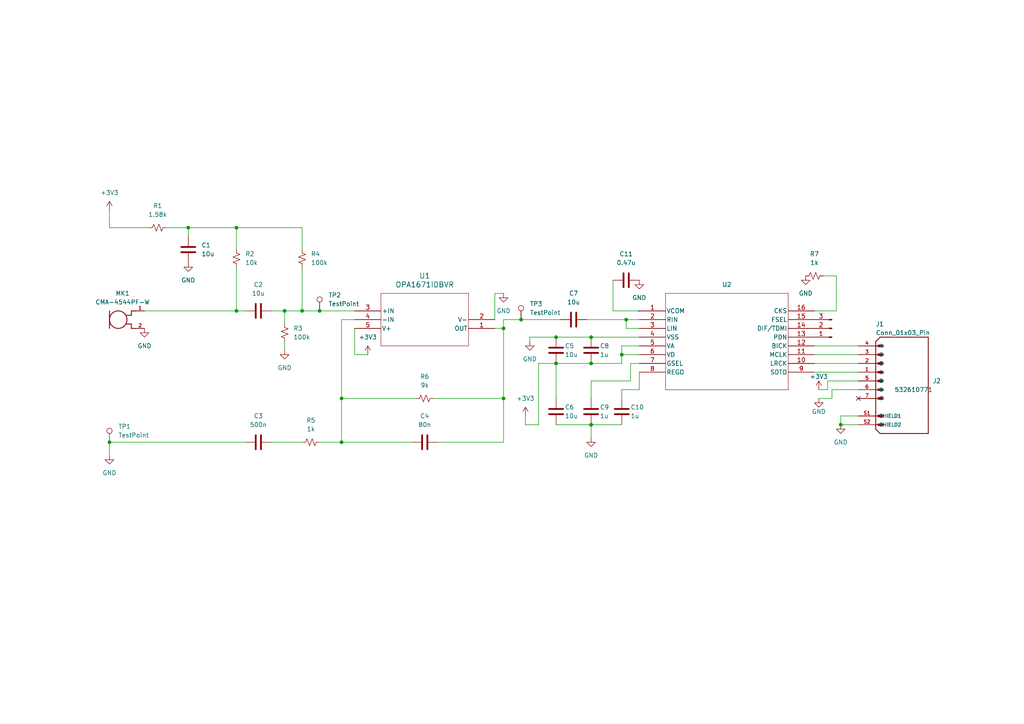
<source format=kicad_sch>
(kicad_sch (version 20231120) (generator "eeschema") (generator_version "8.0")
  (paper "A4")
  (lib_symbols
    (symbol "2024-02-15_23-46-41:OPA1671IDBVR" (pin_names (offset 0.254))
      (property "Reference" "U" (at 20.32 10.16 0))
      (property "Value" "OPA1671IDBVR" (at 20.32 7.62 0))
      (symbol "OPA1671IDBVR_0_1"
        (polyline (pts (xy 7.62 -10.16) (xy 33.02 -10.16)) (stroke (width 0.127)))
        (polyline (pts (xy 7.62 5.08) (xy 7.62 -10.16)) (stroke (width 0.127)))
        (polyline (pts (xy 33.02 -10.16) (xy 33.02 5.08)) (stroke (width 0.127)))
        (polyline (pts (xy 33.02 5.08) (xy 7.62 5.08)) (stroke (width 0.127)))
        (pin output line (at 0 0 0) (length 7.62) (name "OUT") (number "1"))
        (pin power_in line (at 0 -2.54 0) (length 7.62) (name "V-") (number "2"))
        (pin input line (at 40.64 -5.08 180) (length 7.62) (name "+IN") (number "3"))
        (pin input line (at 40.64 -2.54 180) (length 7.62) (name "-IN") (number "4"))
        (pin power_in line (at 40.64 0 180) (length 7.62) (name "V+") (number "5"))
      )
    )
    (symbol "532610771:532610771" (pin_names (offset 1.016))
      (property "Reference" "J2" (at 8.89 0 0))
      (property "Value" "532610771" (at 8.89 -2.54 0))
      (symbol "532610771_0_0"
        (rectangle (start -6.985 -13.0175) (end -5.3975 -12.3825) (stroke (width 0.1)) (fill (type outline)))
        (rectangle (start -6.985 -10.4775) (end -5.3975 -9.8425) (stroke (width 0.1)) (fill (type outline)))
        (rectangle (start -6.985 -5.3975) (end -5.3975 -4.7625) (stroke (width 0.1)) (fill (type outline)))
        (rectangle (start -6.985 -2.8575) (end -5.3975 -2.2225) (stroke (width 0.1)) (fill (type outline)))
        (rectangle (start -6.985 -0.3175) (end -5.3975 0.3175) (stroke (width 0.1)) (fill (type outline)))
        (rectangle (start -6.985 2.2225) (end -5.3975 2.8575) (stroke (width 0.1)) (fill (type outline)))
        (rectangle (start -6.985 4.7625) (end -5.3975 5.3975) (stroke (width 0.1)) (fill (type outline)))
        (rectangle (start -6.985 7.3025) (end -5.3975 7.9375) (stroke (width 0.1)) (fill (type outline)))
        (rectangle (start -6.985 9.8425) (end -5.3975 10.4775) (stroke (width 0.1)) (fill (type outline)))
        (polyline (pts (xy -7.62 -13.97) (xy -6.35 -15.24)) (stroke (width 0.254)))
        (polyline (pts (xy -7.62 -12.7) (xy -5.715 -12.7)) (stroke (width 0.254)))
        (polyline (pts (xy -7.62 -10.16) (xy -5.715 -10.16)) (stroke (width 0.254)))
        (polyline (pts (xy -7.62 -5.08) (xy -5.715 -5.08)) (stroke (width 0.254)))
        (polyline (pts (xy -7.62 -2.54) (xy -5.715 -2.54)) (stroke (width 0.254)))
        (polyline (pts (xy -7.62 0) (xy -5.715 0)) (stroke (width 0.254)))
        (polyline (pts (xy -7.62 2.54) (xy -5.715 2.54)) (stroke (width 0.254)))
        (polyline (pts (xy -7.62 5.08) (xy -5.715 5.08)) (stroke (width 0.254)))
        (polyline (pts (xy -7.62 7.62) (xy -5.715 7.62)) (stroke (width 0.254)))
        (polyline (pts (xy -7.62 10.16) (xy -5.715 10.16)) (stroke (width 0.254)))
        (polyline (pts (xy -7.62 11.43) (xy -7.62 -13.97)) (stroke (width 0.254)))
        (polyline (pts (xy -7.62 11.43) (xy -6.35 12.7)) (stroke (width 0.254)))
        (polyline (pts (xy -6.35 -15.24) (xy 7.62 -15.24)) (stroke (width 0.254)))
        (polyline (pts (xy 7.62 -15.24) (xy 7.62 12.7)) (stroke (width 0.254)))
        (polyline (pts (xy 7.62 12.7) (xy -6.35 12.7)) (stroke (width 0.254)))
        (pin passive line (at -12.7 0 0) (length 5.08) (name "5") (number "5"))
        (pin passive line (at -12.7 -2.54 0) (length 5.08) (name "6") (number "6"))
        (pin passive line (at -12.7 -5.08 0) (length 5.08) (name "7") (number "7"))
        (pin passive line (at -12.7 -10.16 0) (length 5.08) (name "SHIELD1") (number "S1"))
        (pin passive line (at -12.7 -12.7 0) (length 5.08) (name "SHIELD2") (number "S2"))
      )
      (symbol "532610771_1_0"
        (pin passive line (at -12.7 2.54 0) (length 5.08) (name "1") (number "1"))
        (pin passive line (at -12.7 5.08 0) (length 5.08) (name "2") (number "2"))
        (pin passive line (at -12.7 7.62 0) (length 5.08) (name "3") (number "3"))
        (pin passive line (at -12.7 10.16 0) (length 5.08) (name "4") (number "4"))
      )
    )
    (symbol "ADC:AK5720VT" (pin_names (offset 0.254))
      (property "Reference" "U" (at 25.4 10.16 0))
      (property "Value" "AK5720VT" (at 25.4 7.62 0))
      (symbol "AK5720VT_0_1"
        (polyline (pts (xy 7.62 -22.86) (xy 43.18 -22.86)) (stroke (width 0.127)))
        (polyline (pts (xy 7.62 5.08) (xy 7.62 -22.86)) (stroke (width 0.127)))
        (polyline (pts (xy 43.18 -22.86) (xy 43.18 5.08)) (stroke (width 0.127)))
        (polyline (pts (xy 43.18 5.08) (xy 7.62 5.08)) (stroke (width 0.127)))
        (pin unspecified line (at 0 0 0) (length 7.62) (name "VCOM") (number "1"))
        (pin unspecified line (at 50.8 -15.24 180) (length 7.62) (name "LRCK") (number "10"))
        (pin unspecified line (at 50.8 -12.7 180) (length 7.62) (name "MCLK") (number "11"))
        (pin unspecified line (at 50.8 -10.16 180) (length 7.62) (name "BICK") (number "12"))
        (pin unspecified line (at 50.8 -7.62 180) (length 7.62) (name "PDN") (number "13"))
        (pin unspecified line (at 50.8 -5.08 180) (length 7.62) (name "DIF/TDMI") (number "14"))
        (pin unspecified line (at 50.8 -2.54 180) (length 7.62) (name "FSEL") (number "15"))
        (pin unspecified line (at 50.8 0 180) (length 7.62) (name "CKS") (number "16"))
        (pin unspecified line (at 0 -2.54 0) (length 7.62) (name "RIN") (number "2"))
        (pin unspecified line (at 0 -5.08 0) (length 7.62) (name "LIN") (number "3"))
        (pin power_out line (at 0 -7.62 0) (length 7.62) (name "VSS") (number "4"))
        (pin unspecified line (at 0 -10.16 0) (length 7.62) (name "VA") (number "5"))
        (pin unspecified line (at 0 -12.7 0) (length 7.62) (name "VD") (number "6"))
        (pin unspecified line (at 0 -15.24 0) (length 7.62) (name "GSEL") (number "7"))
        (pin unspecified line (at 0 -17.78 0) (length 7.62) (name "REGO") (number "8"))
        (pin unspecified line (at 50.8 -17.78 180) (length 7.62) (name "SDTO") (number "9"))
      )
    )
    (symbol "CMA-4544PF-W:CMA-4544PF-W" (pin_names (offset 1.016))
      (property "Reference" "MK" (at -2.5409 3.8113 0))
      (property "Value" "CMA-4544PF-W" (at -2.5411 -6.3527 0))
      (symbol "CMA-4544PF-W_0_0"
        (polyline (pts (xy -2.54 2.54) (xy -2.54 -2.54)) (stroke (width 0.254)))
        (polyline (pts (xy 3.81 -2.54) (xy 3.81 -1.27)) (stroke (width 0.254)))
        (polyline (pts (xy 3.81 -1.27) (xy 2.2352 -1.27)) (stroke (width 0.254)))
        (polyline (pts (xy 3.81 1.27) (xy 2.2352 1.27)) (stroke (width 0.254)))
        (polyline (pts (xy 3.81 2.54) (xy 3.81 1.27)) (stroke (width 0.254)))
        (polyline (pts (xy 5.08 -2.54) (xy 3.81 -2.54)) (stroke (width 0.254)))
        (polyline (pts (xy 5.08 2.54) (xy 3.81 2.54)) (stroke (width 0.254)))
        (circle (center 0 0) (radius 2.54) (stroke (width 0.254)))
        (pin output line (at 7.62 2.54 180) (length 2.54) (name "~") (number "1"))
        (pin power_in line (at 7.62 -2.54 180) (length 2.54) (name "~") (number "2"))
      )
    )
    (symbol "Connector:Conn_01x03_Pin" (pin_names (offset 1.016) hide)
      (property "Reference" "J" (at 0 5.08 0))
      (property "Value" "Conn_01x03_Pin" (at 0 -5.08 0))
      (symbol "Conn_01x03_Pin_1_1"
        (polyline (pts (xy 1.27 -2.54) (xy 0.8636 -2.54)) (stroke (width 0.1524)))
        (polyline (pts (xy 1.27 0) (xy 0.8636 0)) (stroke (width 0.1524)))
        (polyline (pts (xy 1.27 2.54) (xy 0.8636 2.54)) (stroke (width 0.1524)))
        (rectangle (start 0.8636 -2.413) (end 0 -2.667) (stroke (width 0.1524)) (fill (type outline)))
        (rectangle (start 0.8636 0.127) (end 0 -0.127) (stroke (width 0.1524)) (fill (type outline)))
        (rectangle (start 0.8636 2.667) (end 0 2.413) (stroke (width 0.1524)) (fill (type outline)))
        (pin passive line (at 5.08 2.54 180) (length 3.81) (name "Pin_1") (number "1"))
        (pin passive line (at 5.08 0 180) (length 3.81) (name "Pin_2") (number "2"))
        (pin passive line (at 5.08 -2.54 180) (length 3.81) (name "Pin_3") (number "3"))
      )
    )
    (symbol "Connector:TestPoint" (pin_numbers hide) (pin_names (offset 0.762) hide)
      (property "Reference" "TP" (at 0 6.858 0))
      (property "Value" "TestPoint" (at 0 5.08 0))
      (symbol "TestPoint_0_1"
        (circle (center 0 3.302) (radius 0.762))
      )
      (symbol "TestPoint_1_1"
        (pin passive line (at 0 0 90) (length 2.54) (name "1") (number "1"))
      )
    )
    (symbol "Device:C" (pin_numbers hide) (pin_names (offset 0.254))
      (property "Reference" "C" (at 0.635 2.54 0))
      (property "Value" "C" (at 0.635 -2.54 0))
      (symbol "C_0_1"
        (polyline (pts (xy -2.032 -0.762) (xy 2.032 -0.762)) (stroke (width 0.508)))
        (polyline (pts (xy -2.032 0.762) (xy 2.032 0.762)) (stroke (width 0.508)))
      )
      (symbol "C_1_1"
        (pin passive line (at 0 3.81 270) (length 2.794) (name "~") (number "1"))
        (pin passive line (at 0 -3.81 90) (length 2.794) (name "~") (number "2"))
      )
    )
    (symbol "Device:R_Small_US" (pin_numbers hide) (pin_names (offset 0.254) hide)
      (property "Reference" "R" (at 0.762 0.508 0))
      (property "Value" "R_Small_US" (at 0.762 -1.016 0))
      (symbol "R_Small_US_1_1"
        (polyline (pts (xy 0 0) (xy 1.016 -0.381) (xy 0 -0.762) (xy -1.016 -1.143) (xy 0 -1.524)))
        (polyline (pts (xy 0 1.524) (xy 1.016 1.143) (xy 0 0.762) (xy -1.016 0.381) (xy 0 0)))
        (pin passive line (at 0 2.54 270) (length 1.016) (name "~") (number "1"))
        (pin passive line (at 0 -2.54 90) (length 1.016) (name "~") (number "2"))
      )
    )
    (symbol "power:+3V3" (power) (pin_names (offset 0))
      (property "Value" "+3V3" (at 0 3.556 0))
      (symbol "+3V3_0_1"
        (polyline (pts (xy -0.762 1.27) (xy 0 2.54)))
        (polyline (pts (xy 0 0) (xy 0 2.54)))
        (polyline (pts (xy 0 2.54) (xy 0.762 1.27)))
      )
      (symbol "+3V3_1_1"
        (pin power_in line (at 0 0 90) (length 0) hide (name "+3V3") (number "1"))
      )
    )
    (symbol "power:GND" (power) (pin_names (offset 0))
      (property "Value" "GND" (at 0 -3.81 0))
      (symbol "GND_0_1"
        (polyline (pts (xy 0 0) (xy 0 -1.27) (xy 1.27 -1.27) (xy 0 -2.54) (xy -1.27 -1.27) (xy 0 -1.27)))
      )
      (symbol "GND_1_1"
        (pin power_in line (at 0 0 270) (length 0) hide (name "GND") (number "1"))
      )
    )
  )
  (junction (at 171.45 123.19))
  (junction (at 99.06 128.27))
  (junction (at 31.75 128.27))
  (junction (at 161.29 105.41))
  (junction (at 82.55 90.17))
  (junction (at 92.71 90.17))
  (junction (at 68.58 66.04))
  (junction (at 171.45 105.41))
  (junction (at 161.29 97.79))
  (junction (at 54.61 66.04))
  (junction (at 146.05 115.57))
  (junction (at 181.61 92.71))
  (junction (at 68.58 90.17))
  (junction (at 87.63 90.17))
  (junction (at 146.05 95.25))
  (junction (at 180.34 102.87))
  (junction (at 99.06 115.57))
  (junction (at 243.84 123.19))
  (junction (at 151.13 92.71))
  (junction (at 171.45 97.79))
  (no_connect (at 248.92 115.57))
  (wire (pts (xy 120.65 115.57) (xy 99.06 115.57)))
  (wire (pts (xy 127 128.27) (xy 146.05 128.27)))
  (wire (pts (xy 153.67 97.79) (xy 161.29 97.79)))
  (wire (pts (xy 248.92 100.33) (xy 236.22 100.33)))
  (wire (pts (xy 143.51 95.25) (xy 146.05 95.25)))
  (wire (pts (xy 242.57 80.01) (xy 238.76 80.01)))
  (wire (pts (xy 151.13 92.71) (xy 162.56 92.71)))
  (wire (pts (xy 78.74 90.17) (xy 82.55 90.17)))
  (wire (pts (xy 99.06 128.27) (xy 119.38 128.27)))
  (wire (pts (xy 161.29 123.19) (xy 171.45 123.19)))
  (wire (pts (xy 241.3 113.03) (xy 248.92 113.03)))
  (wire (pts (xy 82.55 90.17) (xy 82.55 93.98)))
  (wire (pts (xy 48.26 66.04) (xy 54.61 66.04)))
  (wire (pts (xy 68.58 90.17) (xy 71.12 90.17)))
  (wire (pts (xy 185.42 100.33) (xy 180.34 100.33)))
  (wire (pts (xy 248.92 102.87) (xy 236.22 102.87)))
  (wire (pts (xy 180.34 113.03) (xy 180.34 115.57)))
  (wire (pts (xy 87.63 90.17) (xy 92.71 90.17)))
  (wire (pts (xy 87.63 66.04) (xy 87.63 72.39)))
  (wire (pts (xy 185.42 95.25) (xy 181.61 95.25)))
  (wire (pts (xy 248.92 120.65) (xy 243.84 120.65)))
  (wire (pts (xy 68.58 77.47) (xy 68.58 90.17)))
  (wire (pts (xy 82.55 90.17) (xy 87.63 90.17)))
  (wire (pts (xy 237.49 113.03) (xy 240.03 113.03)))
  (wire (pts (xy 177.8 90.17) (xy 185.42 90.17)))
  (wire (pts (xy 170.18 92.71) (xy 181.61 92.71)))
  (wire (pts (xy 152.4 120.65) (xy 152.4 123.19)))
  (wire (pts (xy 240.03 110.49) (xy 248.92 110.49)))
  (wire (pts (xy 248.92 105.41) (xy 236.22 105.41)))
  (wire (pts (xy 146.05 115.57) (xy 146.05 95.25)))
  (wire (pts (xy 156.21 105.41) (xy 161.29 105.41)))
  (wire (pts (xy 185.42 107.95) (xy 185.42 113.03)))
  (wire (pts (xy 243.84 123.19) (xy 248.92 123.19)))
  (wire (pts (xy 242.57 90.17) (xy 242.57 80.01)))
  (wire (pts (xy 54.61 66.04) (xy 54.61 68.58)))
  (wire (pts (xy 161.29 105.41) (xy 171.45 105.41)))
  (wire (pts (xy 161.29 97.79) (xy 171.45 97.79)))
  (wire (pts (xy 185.42 105.41) (xy 182.88 105.41)))
  (wire (pts (xy 92.71 90.17) (xy 102.87 90.17)))
  (wire (pts (xy 156.21 105.41) (xy 156.21 123.19)))
  (wire (pts (xy 156.21 123.19) (xy 152.4 123.19)))
  (wire (pts (xy 31.75 60.96) (xy 31.75 66.04)))
  (wire (pts (xy 180.34 102.87) (xy 180.34 105.41)))
  (wire (pts (xy 185.42 102.87) (xy 180.34 102.87)))
  (wire (pts (xy 171.45 97.79) (xy 185.42 97.79)))
  (wire (pts (xy 78.74 128.27) (xy 87.63 128.27)))
  (wire (pts (xy 182.88 105.41) (xy 182.88 110.49)))
  (wire (pts (xy 237.49 115.57) (xy 241.3 115.57)))
  (wire (pts (xy 177.8 81.28) (xy 177.8 90.17)))
  (wire (pts (xy 43.18 66.04) (xy 31.75 66.04)))
  (wire (pts (xy 181.61 92.71) (xy 185.42 92.71)))
  (wire (pts (xy 146.05 92.71) (xy 151.13 92.71)))
  (wire (pts (xy 185.42 113.03) (xy 180.34 113.03)))
  (wire (pts (xy 171.45 123.19) (xy 171.45 127)))
  (wire (pts (xy 161.29 105.41) (xy 161.29 115.57)))
  (wire (pts (xy 31.75 128.27) (xy 71.12 128.27)))
  (wire (pts (xy 143.51 85.09) (xy 143.51 92.71)))
  (wire (pts (xy 68.58 66.04) (xy 54.61 66.04)))
  (wire (pts (xy 146.05 128.27) (xy 146.05 115.57)))
  (wire (pts (xy 241.3 115.57) (xy 241.3 113.03)))
  (wire (pts (xy 143.51 85.09) (xy 146.05 85.09)))
  (wire (pts (xy 87.63 77.47) (xy 87.63 90.17)))
  (wire (pts (xy 181.61 95.25) (xy 181.61 92.71)))
  (wire (pts (xy 31.75 128.27) (xy 31.75 132.08)))
  (wire (pts (xy 171.45 123.19) (xy 180.34 123.19)))
  (wire (pts (xy 41.91 90.17) (xy 68.58 90.17)))
  (wire (pts (xy 68.58 66.04) (xy 87.63 66.04)))
  (wire (pts (xy 68.58 72.39) (xy 68.58 66.04)))
  (wire (pts (xy 99.06 92.71) (xy 99.06 115.57)))
  (wire (pts (xy 106.68 102.87) (xy 102.87 102.87)))
  (wire (pts (xy 180.34 100.33) (xy 180.34 102.87)))
  (wire (pts (xy 125.73 115.57) (xy 146.05 115.57)))
  (wire (pts (xy 248.92 107.95) (xy 236.22 107.95)))
  (wire (pts (xy 82.55 99.06) (xy 82.55 101.6)))
  (wire (pts (xy 236.22 90.17) (xy 242.57 90.17)))
  (wire (pts (xy 182.88 110.49) (xy 171.45 110.49)))
  (wire (pts (xy 243.84 120.65) (xy 243.84 123.19)))
  (wire (pts (xy 171.45 110.49) (xy 171.45 115.57)))
  (wire (pts (xy 102.87 102.87) (xy 102.87 95.25)))
  (wire (pts (xy 146.05 92.71) (xy 146.05 95.25)))
  (wire (pts (xy 102.87 92.71) (xy 99.06 92.71)))
  (wire (pts (xy 92.71 128.27) (xy 99.06 128.27)))
  (wire (pts (xy 99.06 115.57) (xy 99.06 128.27)))
  (wire (pts (xy 240.03 113.03) (xy 240.03 110.49)))
  (wire (pts (xy 153.67 97.79) (xy 153.67 99.06)))
  (wire (pts (xy 180.34 105.41) (xy 171.45 105.41)))
  (symbol (lib_id "power:GND") (at 185.42 81.28 0) (unit 1)
    (property "Reference" "#PWR011" (effects (hide yes)))
    (property "Value" "GND" (at 185.42 86.36 0))
  )
  (symbol (lib_id "Device:C") (at 181.61 81.28 90) (unit 1)
    (property "Reference" "C11" (at 181.61 73.66 90))
    (property "Value" "0.47u" (at 181.61 76.2 90))
    (property "Footprint" "Capacitor_SMD:C_0805_2012Metric" (effects (hide yes)))
  )
  (symbol (lib_id "CMA-4544PF-W:CMA-4544PF-W") (at 34.29 92.71 0) (unit 1)
    (property "Reference" "MK1" (at 35.56 85.09 0))
    (property "Value" "CMA-4544PF-W" (at 35.56 87.63 0))
    (property "Footprint" "cstar_mic_footprints:MIC_CMA-4544PF-W" (effects (hide yes)))
    (property "MF" "CUI Inc." (effects (hide yes)))
    (property "DESCRIPTION" "9.7 mm, Omnidirectional, PCB Mount, 3.0 Vdc, Electret Condenser Microphone" (effects (hide yes)))
    (property "PACKAGE" "6-DIP-6 CUI" (effects (hide yes)))
    (property "PRICE" "None" (effects (hide yes)))
    (property "CUI_PURCHASE_URL" "https://www.cui.com/product/audio/microphones/electret-condenser-microphones/cma-4544pf-w?utm_source=snapeda.com&utm_medium=referral&utm_campaign=snapedaBOM" (effects (hide yes)))
    (property "MP" "CMA-4544PF-W" (effects (hide yes)))
    (property "AVAILABILITY" "Unavailable" (effects (hide yes)))
  )
  (symbol (lib_id "Device:C") (at 166.37 92.71 90) (unit 1)
    (property "Reference" "C7" (at 166.37 85.09 90))
    (property "Value" "10u" (at 166.37 87.63 90))
    (property "Footprint" "Capacitor_SMD:C_0805_2012Metric" (effects (hide yes)))
  )
  (symbol (lib_id "Device:R_Small_US") (at 236.22 80.01 90) (unit 1)
    (property "Reference" "R7" (at 236.22 73.66 90))
    (property "Value" "1k" (at 236.22 76.2 90))
    (property "Footprint" "Resistor_SMD:R_0805_2012Metric" (effects (hide yes)))
  )
  (symbol (lib_id "Device:R_Small_US") (at 90.17 128.27 270) (unit 1)
    (property "Reference" "R5" (at 90.17 121.92 90))
    (property "Value" "1k" (at 90.17 124.46 90))
    (property "Footprint" "Resistor_SMD:R_0805_2012Metric" (effects (hide yes)))
  )
  (symbol (lib_id "power:GND") (at 82.55 101.6 0) (unit 1)
    (property "Reference" "#PWR05" (effects (hide yes)))
    (property "Value" "GND" (at 82.55 106.68 0))
  )
  (symbol (lib_id "532610771:532610771") (at 261.62 110.49 0) (unit 1)
    (property "Reference" "J2" (at 270.51 110.49 0) (effects (justify left)))
    (property "Value" "532610771" (at 270.51 113.03 0) (effects (justify right)))
    (property "Footprint" "cstar_mic_footprints:MOLEX_532610771" (effects (hide yes)))
    (property "Description" "\nPicoblade Connector, 7 Circuit Single Row, Right Angle Surface Mount SMT PCB\n" (effects (hide yes)))
    (property "DigiKey_Part_Number" "WM7625TR-ND" (effects (hide yes)))
    (property "MF" "Molex" (effects (hide yes)))
    (property "MAXIMUM_PACKAGE_HEIGHT" "3.4 mm" (effects (hide yes)))
    (property "Package" "None" (effects (hide yes)))
    (property "Check_prices" "https://www.snapeda.com/parts/0532610771/Molex/view-part/?ref=eda" (effects (hide yes)))
    (property "STANDARD" "Manufacturer Recommendations" (effects (hide yes)))
    (property "PARTREV" "J" (effects (hide yes)))
    (property "SnapEDA_Link" "https://www.snapeda.com/parts/0532610771/Molex/view-part/?ref=snap" (effects (hide yes)))
    (property "MP" "0532610771" (effects (hide yes)))
    (property "Purchase-URL" "https://www.snapeda.com/api/url_track_click_mouser/?unipart_id=577144&manufacturer=Molex&part_name=0532610771&search_term=None" (effects (hide yes)))
    (property "MANUFACTURER" "Molex" (effects (hide yes)))
  )
  (symbol (lib_id "power:GND") (at 146.05 85.09 0) (unit 1)
    (property "Reference" "#PWR07" (effects (hide yes)))
    (property "Value" "GND" (at 146.05 90.17 0))
  )
  (symbol (lib_id "power:GND") (at 31.75 132.08 0) (unit 1)
    (property "Reference" "#PWR02" (effects (hide yes)))
    (property "Value" "GND" (at 31.75 137.16 0))
  )
  (symbol (lib_id "Device:C") (at 180.34 119.38 0) (unit 1)
    (property "Reference" "C10" (at 182.88 118.11 0) (effects (justify left)))
    (property "Value" "1u" (at 182.88 120.65 0) (effects (justify left)))
    (property "Footprint" "Capacitor_SMD:C_0805_2012Metric" (effects (hide yes)))
  )
  (symbol (lib_id "power:GND") (at 171.45 127 0) (unit 1)
    (property "Reference" "#PWR010" (effects (hide yes)))
    (property "Value" "GND" (at 171.45 132.08 0))
  )
  (symbol (lib_id "Device:C") (at 74.93 128.27 90) (unit 1)
    (property "Reference" "C3" (at 74.93 120.65 90))
    (property "Value" "500n" (at 74.93 123.19 90))
    (property "Footprint" "Capacitor_SMD:C_0805_2012Metric" (effects (hide yes)))
  )
  (symbol (lib_id "power:+3V3") (at 31.75 60.96 0) (unit 1)
    (property "Reference" "#PWR01" (effects (hide yes)))
    (property "Value" "+3V3" (at 31.75 55.88 0))
  )
  (symbol (lib_id "Connector:TestPoint") (at 151.13 92.71 0) (unit 1)
    (property "Reference" "TP3" (at 153.67 88.138 0) (effects (justify left)))
    (property "Value" "TestPoint" (at 153.67 90.678 0) (effects (justify left)))
    (property "Footprint" "TestPoint:TestPoint_Pad_D1.0mm" (effects (hide yes)))
  )
  (symbol (lib_id "Device:R_Small_US") (at 82.55 96.52 0) (unit 1)
    (property "Reference" "R3" (at 85.09 95.25 0) (effects (justify left)))
    (property "Value" "100k" (at 85.09 97.79 0) (effects (justify left)))
    (property "Footprint" "Resistor_SMD:R_0805_2012Metric" (effects (hide yes)))
  )
  (symbol (lib_id "Device:C") (at 171.45 101.6 0) (unit 1)
    (property "Reference" "C8" (at 173.99 100.33 0) (effects (justify left)))
    (property "Value" "1u" (at 173.99 102.87 0) (effects (justify left)))
    (property "Footprint" "Capacitor_SMD:C_0805_2012Metric" (effects (hide yes)))
  )
  (symbol (lib_id "Device:C") (at 161.29 101.6 0) (unit 1)
    (property "Reference" "C5" (at 163.83 100.33 0) (effects (justify left)))
    (property "Value" "10u" (at 163.83 102.87 0) (effects (justify left)))
    (property "Footprint" "Capacitor_SMD:C_0805_2012Metric" (effects (hide yes)))
  )
  (symbol (lib_id "Device:R_Small_US") (at 123.19 115.57 270) (unit 1)
    (property "Reference" "R6" (at 123.19 109.22 90))
    (property "Value" "9k" (at 123.19 111.76 90))
    (property "Footprint" "Resistor_SMD:R_0805_2012Metric" (effects (hide yes)))
  )
  (symbol (lib_id "power:+3V3") (at 237.49 113.03 0) (unit 1)
    (property "Reference" "#PWR013" (effects (hide yes)))
    (property "Value" "+3V3" (at 237.49 109.22 0))
  )
  (symbol (lib_id "power:GND") (at 153.67 99.06 0) (unit 1)
    (property "Reference" "#PWR09" (effects (hide yes)))
    (property "Value" "GND" (at 153.67 104.14 0))
  )
  (symbol (lib_id "2024-02-15_23-46-41:OPA1671IDBVR") (at 143.51 95.25 180) (unit 1)
    (property "Reference" "U1" (at 123.19 80.01 0) (effects (font (size 1.524 1.524))))
    (property "Value" "OPA1671IDBVR" (at 123.19 82.55 0) (effects (font (size 1.524 1.524))))
    (property "Footprint" "cstar_mic_footprints:SOT23-DBV5_TEX-L" (effects (hide yes)))
    (property "Datasheet" "OPA1671IDBVR" (effects (hide yes)))
  )
  (symbol (lib_id "Connector:TestPoint") (at 92.71 90.17 0) (unit 1)
    (property "Reference" "TP2" (at 95.25 85.598 0) (effects (justify left)))
    (property "Value" "TestPoint" (at 95.25 88.138 0) (effects (justify left)))
    (property "Footprint" "TestPoint:TestPoint_Pad_D1.0mm" (effects (hide yes)))
  )
  (symbol (lib_id "power:GND") (at 237.49 115.57 0) (unit 1)
    (property "Reference" "#PWR014" (effects (hide yes)))
    (property "Value" "GND" (at 237.49 119.38 0))
  )
  (symbol (lib_id "Device:R_Small_US") (at 45.72 66.04 270) (unit 1)
    (property "Reference" "R1" (at 45.72 59.69 90))
    (property "Value" "1.58k" (at 45.72 62.23 90))
    (property "Footprint" "Resistor_SMD:R_0805_2012Metric" (effects (hide yes)))
  )
  (symbol (lib_id "power:GND") (at 41.91 95.25 0) (unit 1)
    (property "Reference" "#PWR03" (effects (hide yes)))
    (property "Value" "GND" (at 41.91 100.33 0))
  )
  (symbol (lib_id "Device:C") (at 54.61 72.39 0) (unit 1)
    (property "Reference" "C1" (at 58.42 71.12 0) (effects (justify left)))
    (property "Value" "10u" (at 58.42 73.66 0) (effects (justify left)))
    (property "Footprint" "Capacitor_SMD:C_0805_2012Metric" (effects (hide yes)))
  )
  (symbol (lib_id "power:GND") (at 54.61 76.2 0) (unit 1)
    (property "Reference" "#PWR04" (effects (hide yes)))
    (property "Value" "GND" (at 54.61 81.28 0))
  )
  (symbol (lib_id "power:+3V3") (at 152.4 120.65 0) (unit 1)
    (property "Reference" "#PWR08" (effects (hide yes)))
    (property "Value" "+3V3" (at 152.4 115.57 0))
  )
  (symbol (lib_id "Device:R_Small_US") (at 68.58 74.93 0) (unit 1)
    (property "Reference" "R2" (at 71.12 73.66 0) (effects (justify left)))
    (property "Value" "10k" (at 71.12 76.2 0) (effects (justify left)))
    (property "Footprint" "Resistor_SMD:R_0805_2012Metric" (effects (hide yes)))
  )
  (symbol (lib_id "Device:C") (at 161.29 119.38 0) (unit 1)
    (property "Reference" "C6" (at 163.83 118.11 0) (effects (justify left)))
    (property "Value" "10u" (at 163.83 120.65 0) (effects (justify left)))
    (property "Footprint" "Capacitor_SMD:C_0805_2012Metric" (effects (hide yes)))
  )
  (symbol (lib_id "Connector:TestPoint") (at 31.75 128.27 0) (unit 1)
    (property "Reference" "TP1" (at 34.29 123.698 0) (effects (justify left)))
    (property "Value" "TestPoint" (at 34.29 126.238 0) (effects (justify left)))
    (property "Footprint" "TestPoint:TestPoint_Pad_D1.0mm" (effects (hide yes)))
  )
  (symbol (lib_id "Device:C") (at 123.19 128.27 90) (unit 1)
    (property "Reference" "C4" (at 123.19 120.65 90))
    (property "Value" "80n" (at 123.19 123.19 90))
    (property "Footprint" "Capacitor_SMD:C_0805_2012Metric" (effects (hide yes)))
  )
  (symbol (lib_id "ADC:AK5720VT") (at 185.42 90.17 0) (unit 1)
    (property "Reference" "U2" (at 210.82 82.55 0))
    (property "Value" "~" (at 185.42 90.17 0))
    (property "Footprint" "cstar_mic_footprints:SOIC_AK5720_AKM-L" (effects (hide yes)))
    (property "Datasheet" "AK5720VT" (effects (hide yes)))
  )
  (symbol (lib_id "Connector:Conn_01x03_Pin") (at 241.3 95.25 180) (unit 1)
    (property "Reference" "J1" (at 254 93.98 0) (effects (justify right)))
    (property "Value" "Conn_01x03_Pin" (at 254 96.52 0) (effects (justify right)))
    (property "Footprint" "Connector_PinHeader_2.54mm:PinHeader_1x03_P2.54mm_Vertical" (effects (hide yes)))
  )
  (symbol (lib_id "Device:R_Small_US") (at 87.63 74.93 0) (unit 1)
    (property "Reference" "R4" (at 90.17 73.66 0) (effects (justify left)))
    (property "Value" "100k" (at 90.17 76.2 0) (effects (justify left)))
    (property "Footprint" "Resistor_SMD:R_0805_2012Metric" (effects (hide yes)))
  )
  (symbol (lib_id "Device:C") (at 171.45 119.38 0) (unit 1)
    (property "Reference" "C9" (at 173.99 118.11 0) (effects (justify left)))
    (property "Value" "1u" (at 173.99 120.65 0) (effects (justify left)))
    (property "Footprint" "Capacitor_SMD:C_0805_2012Metric" (effects (hide yes)))
  )
  (symbol (lib_id "power:GND") (at 243.84 123.19 0) (unit 1)
    (property "Reference" "#PWR015" (effects (hide yes)))
    (property "Value" "GND" (at 243.84 128.27 0))
  )
  (symbol (lib_id "Device:C") (at 74.93 90.17 90) (unit 1)
    (property "Reference" "C2" (at 74.93 82.55 90))
    (property "Value" "10u" (at 74.93 85.09 90))
    (property "Footprint" "Capacitor_SMD:C_0805_2012Metric" (effects (hide yes)))
  )
  (symbol (lib_id "power:GND") (at 233.68 80.01 0) (unit 1)
    (property "Reference" "#PWR012" (effects (hide yes)))
    (property "Value" "GND" (at 233.68 85.09 0))
  )
  (symbol (lib_id "power:+3V3") (at 106.68 102.87 0) (unit 1)
    (property "Reference" "#PWR06" (effects (hide yes)))
    (property "Value" "+3V3" (at 106.68 97.79 0))
  )
)
</source>
